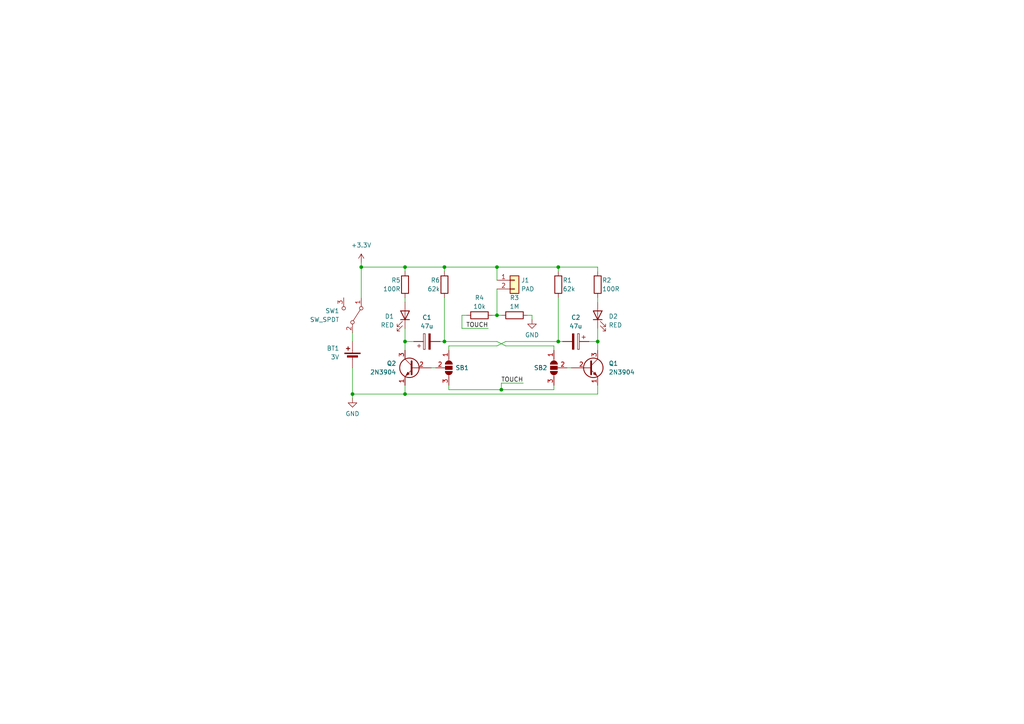
<source format=kicad_sch>
(kicad_sch (version 20231120) (generator "eeschema") (generator_version "8.0")
  (paper "A4")
  (lib_symbols
    (symbol "Connector_Generic:Conn_01x02" (pin_names (offset 1.016) hide)
      (property "Reference" "J" (at 0 2.54 0))
      (property "Value" "Conn_01x02" (at 0 -5.08 0))
      (symbol "Conn_01x02_1_1"
        (rectangle (start -1.27 -2.413) (end 0 -2.667) (stroke (width 0.1524)))
        (rectangle (start -1.27 0.127) (end 0 -0.127) (stroke (width 0.1524)))
        (rectangle (start -1.27 1.27) (end 1.27 -3.81) (stroke (width 0.254)) (fill (type background)))
        (pin passive line (at -5.08 0 0) (length 3.81) (name "Pin_1") (number "1"))
        (pin passive line (at -5.08 -2.54 0) (length 3.81) (name "Pin_2") (number "2"))
      )
    )
    (symbol "Device:Battery_Cell" (pin_numbers hide) (pin_names (offset 0) hide)
      (property "Reference" "BT" (at 2.54 2.54 0))
      (property "Value" "Battery_Cell" (at 2.54 0 0))
      (symbol "Battery_Cell_0_1"
        (rectangle (start -2.286 1.778) (end 2.286 1.524) (fill (type outline)))
        (rectangle (start -1.524 1.016) (end 1.524 0.508) (fill (type outline)))
        (polyline (pts (xy 0 0.762) (xy 0 0)))
        (polyline (pts (xy 0 1.778) (xy 0 2.54)))
        (polyline (pts (xy 0.762 3.048) (xy 1.778 3.048)) (stroke (width 0.254)))
        (polyline (pts (xy 1.27 3.556) (xy 1.27 2.54)) (stroke (width 0.254)))
      )
      (symbol "Battery_Cell_1_1"
        (pin passive line (at 0 5.08 270) (length 2.54) (name "+") (number "1"))
        (pin passive line (at 0 -2.54 90) (length 2.54) (name "-") (number "2"))
      )
    )
    (symbol "Device:C_Polarized" (pin_numbers hide) (pin_names (offset 0.254))
      (property "Reference" "C" (at 0.635 2.54 0))
      (property "Value" "C_Polarized" (at 0.635 -2.54 0))
      (symbol "C_Polarized_0_1"
        (rectangle (start -2.286 0.508) (end 2.286 1.016))
        (polyline (pts (xy -1.778 2.286) (xy -0.762 2.286)))
        (polyline (pts (xy -1.27 2.794) (xy -1.27 1.778)))
        (rectangle (start 2.286 -0.508) (end -2.286 -1.016) (fill (type outline)))
      )
      (symbol "C_Polarized_1_1"
        (pin passive line (at 0 3.81 270) (length 2.794) (name "~") (number "1"))
        (pin passive line (at 0 -3.81 90) (length 2.794) (name "~") (number "2"))
      )
    )
    (symbol "Device:LED" (pin_numbers hide) (pin_names (offset 1.016) hide)
      (property "Reference" "D" (at 0 2.54 0))
      (property "Value" "LED" (at 0 -2.54 0))
      (symbol "LED_0_1"
        (polyline (pts (xy -1.27 -1.27) (xy -1.27 1.27)) (stroke (width 0.254)))
        (polyline (pts (xy -1.27 0) (xy 1.27 0)))
        (polyline (pts (xy 1.27 -1.27) (xy 1.27 1.27) (xy -1.27 0) (xy 1.27 -1.27)) (stroke (width 0.254)))
        (polyline (pts (xy -3.048 -0.762) (xy -4.572 -2.286) (xy -3.81 -2.286) (xy -4.572 -2.286) (xy -4.572 -1.524)))
        (polyline (pts (xy -1.778 -0.762) (xy -3.302 -2.286) (xy -2.54 -2.286) (xy -3.302 -2.286) (xy -3.302 -1.524)))
      )
      (symbol "LED_1_1"
        (pin passive line (at -3.81 0 0) (length 2.54) (name "K") (number "1"))
        (pin passive line (at 3.81 0 180) (length 2.54) (name "A") (number "2"))
      )
    )
    (symbol "Device:R" (pin_numbers hide) (pin_names (offset 0))
      (property "Reference" "R" (at 2.032 0 90))
      (property "Value" "R" (at 0 0 90))
      (symbol "R_0_1"
        (rectangle (start -1.016 -2.54) (end 1.016 2.54) (stroke (width 0.254)))
      )
      (symbol "R_1_1"
        (pin passive line (at 0 3.81 270) (length 1.27) (name "~") (number "1"))
        (pin passive line (at 0 -3.81 90) (length 1.27) (name "~") (number "2"))
      )
    )
    (symbol "Jumper:SolderJumper_3_Open" (pin_names (offset 0) hide)
      (property "Reference" "JP" (at -2.54 -2.54 0))
      (property "Value" "SolderJumper_3_Open" (at 0 2.794 0))
      (symbol "SolderJumper_3_Open_0_1"
        (arc (start -1.016 1.016) (mid -2.0276 0) (end -1.016 -1.016))
        (arc (start -1.016 1.016) (mid -2.0276 0) (end -1.016 -1.016) (fill (type outline)))
        (rectangle (start -0.508 1.016) (end 0.508 -1.016) (fill (type outline)))
        (polyline (pts (xy -2.54 0) (xy -2.032 0)))
        (polyline (pts (xy -1.016 1.016) (xy -1.016 -1.016)))
        (polyline (pts (xy 0 -1.27) (xy 0 -1.016)))
        (polyline (pts (xy 1.016 1.016) (xy 1.016 -1.016)))
        (polyline (pts (xy 2.54 0) (xy 2.032 0)))
        (arc (start 1.016 -1.016) (mid 2.0276 0) (end 1.016 1.016))
        (arc (start 1.016 -1.016) (mid 2.0276 0) (end 1.016 1.016) (fill (type outline)))
      )
      (symbol "SolderJumper_3_Open_1_1"
        (pin passive line (at -5.08 0 0) (length 2.54) (name "A") (number "1"))
        (pin passive line (at 0 -3.81 90) (length 2.54) (name "C") (number "2"))
        (pin passive line (at 5.08 0 180) (length 2.54) (name "B") (number "3"))
      )
    )
    (symbol "Switch:SW_SPDT" (pin_names (offset 0) hide)
      (property "Reference" "SW" (at 0 4.318 0))
      (property "Value" "SW_SPDT" (at 0 -5.08 0))
      (symbol "SW_SPDT_0_0"
        (circle (center -2.032 0) (radius 0.508))
        (circle (center 2.032 -2.54) (radius 0.508))
      )
      (symbol "SW_SPDT_0_1"
        (polyline (pts (xy -1.524 0.254) (xy 1.651 2.286)))
        (circle (center 2.032 2.54) (radius 0.508))
      )
      (symbol "SW_SPDT_1_1"
        (pin passive line (at 5.08 2.54 180) (length 2.54) (name "A") (number "1"))
        (pin passive line (at -5.08 0 0) (length 2.54) (name "B") (number "2"))
        (pin passive line (at 5.08 -2.54 180) (length 2.54) (name "C") (number "3"))
      )
    )
    (symbol "Transistor_BJT:2N3904" (pin_names (offset 0) hide)
      (property "Reference" "Q" (at 5.08 1.905 0))
      (property "Value" "2N3904" (at 5.08 0 0))
      (symbol "2N3904_0_1"
        (polyline (pts (xy 0.635 0.635) (xy 2.54 2.54)))
        (polyline (pts (xy 0.635 -0.635) (xy 2.54 -2.54) (xy 2.54 -2.54)))
        (polyline (pts (xy 0.635 1.905) (xy 0.635 -1.905) (xy 0.635 -1.905)) (stroke (width 0.508)))
        (polyline (pts (xy 1.27 -1.778) (xy 1.778 -1.27) (xy 2.286 -2.286) (xy 1.27 -1.778) (xy 1.27 -1.778)) (fill (type outline)))
        (circle (center 1.27 0) (radius 2.8194) (stroke (width 0.254)))
      )
      (symbol "2N3904_1_1"
        (pin passive line (at 2.54 -5.08 90) (length 2.54) (name "E") (number "1"))
        (pin passive line (at -5.08 0 0) (length 5.715) (name "B") (number "2"))
        (pin passive line (at 2.54 5.08 270) (length 2.54) (name "C") (number "3"))
      )
    )
    (symbol "power:+3.3V" (power) (pin_names (offset 0))
      (property "Value" "+3.3V" (at 0 3.556 0))
      (symbol "+3.3V_0_1"
        (polyline (pts (xy -0.762 1.27) (xy 0 2.54)))
        (polyline (pts (xy 0 0) (xy 0 2.54)))
        (polyline (pts (xy 0 2.54) (xy 0.762 1.27)))
      )
      (symbol "+3.3V_1_1"
        (pin power_in line (at 0 0 90) (length 0) hide (name "+3.3V") (number "1"))
      )
    )
    (symbol "power:GND" (power) (pin_names (offset 0))
      (property "Value" "GND" (at 0 -3.81 0))
      (symbol "GND_0_1"
        (polyline (pts (xy 0 0) (xy 0 -1.27) (xy 1.27 -1.27) (xy 0 -2.54) (xy -1.27 -1.27) (xy 0 -1.27)))
      )
      (symbol "GND_1_1"
        (pin power_in line (at 0 0 270) (length 0) hide (name "GND") (number "1"))
      )
    )
  )
  (junction (at 161.925 99.06))
  (junction (at 117.475 77.47))
  (junction (at 102.235 114.3))
  (junction (at 144.145 91.44))
  (junction (at 117.475 114.3))
  (junction (at 161.925 77.47))
  (junction (at 104.775 77.47))
  (junction (at 128.905 99.06))
  (junction (at 144.145 77.47))
  (junction (at 145.415 113.03))
  (junction (at 117.475 99.06))
  (junction (at 173.355 99.06))
  (junction (at 128.905 77.47))
  (wire (pts (xy 145.415 111.125) (xy 145.415 113.03)))
  (wire (pts (xy 173.355 77.47) (xy 173.355 78.74)))
  (wire (pts (xy 102.235 96.52) (xy 102.235 99.06)))
  (wire (pts (xy 146.685 100.33) (xy 160.655 100.33)))
  (wire (pts (xy 161.925 86.36) (xy 161.925 99.06)))
  (wire (pts (xy 144.145 100.33) (xy 146.685 99.06)))
  (wire (pts (xy 130.175 100.33) (xy 130.175 101.6)))
  (wire (pts (xy 102.235 114.3) (xy 117.475 114.3)))
  (wire (pts (xy 144.145 83.82) (xy 144.145 91.44)))
  (wire (pts (xy 128.905 78.74) (xy 128.905 77.47)))
  (wire (pts (xy 128.905 77.47) (xy 144.145 77.47)))
  (wire (pts (xy 144.145 77.47) (xy 161.925 77.47)))
  (wire (pts (xy 102.235 106.68) (xy 102.235 114.3)))
  (wire (pts (xy 130.175 113.03) (xy 130.175 111.76)))
  (wire (pts (xy 170.815 99.06) (xy 173.355 99.06)))
  (wire (pts (xy 130.175 113.03) (xy 145.415 113.03)))
  (wire (pts (xy 102.235 114.3) (xy 102.235 115.57)))
  (wire (pts (xy 117.475 77.47) (xy 117.475 78.74)))
  (wire (pts (xy 160.655 100.33) (xy 160.655 101.6)))
  (wire (pts (xy 133.985 91.44) (xy 133.985 95.25)))
  (wire (pts (xy 104.775 86.36) (xy 104.775 77.47)))
  (wire (pts (xy 128.905 99.06) (xy 144.145 99.06)))
  (wire (pts (xy 117.475 87.63) (xy 117.475 86.36)))
  (wire (pts (xy 117.475 111.76) (xy 117.475 114.3)))
  (wire (pts (xy 161.925 77.47) (xy 161.925 78.74)))
  (wire (pts (xy 164.465 106.68) (xy 165.735 106.68)))
  (wire (pts (xy 133.985 95.25) (xy 141.605 95.25)))
  (wire (pts (xy 173.355 86.36) (xy 173.355 87.63)))
  (wire (pts (xy 104.775 76.2) (xy 104.775 77.47)))
  (wire (pts (xy 130.175 100.33) (xy 144.145 100.33)))
  (wire (pts (xy 173.355 99.06) (xy 173.355 101.6)))
  (wire (pts (xy 144.145 77.47) (xy 144.145 81.28)))
  (wire (pts (xy 153.035 91.44) (xy 154.305 91.44)))
  (wire (pts (xy 173.355 95.25) (xy 173.355 99.06)))
  (wire (pts (xy 144.145 91.44) (xy 145.415 91.44)))
  (wire (pts (xy 173.355 114.3) (xy 173.355 111.76)))
  (wire (pts (xy 160.655 113.03) (xy 160.655 111.76)))
  (wire (pts (xy 142.875 91.44) (xy 144.145 91.44)))
  (wire (pts (xy 128.905 86.36) (xy 128.905 99.06)))
  (wire (pts (xy 154.305 91.44) (xy 154.305 92.71)))
  (wire (pts (xy 144.145 99.06) (xy 146.685 100.33)))
  (wire (pts (xy 146.685 99.06) (xy 161.925 99.06)))
  (wire (pts (xy 125.095 106.68) (xy 126.365 106.68)))
  (wire (pts (xy 127.635 99.06) (xy 128.905 99.06)))
  (wire (pts (xy 117.475 77.47) (xy 128.905 77.47)))
  (wire (pts (xy 117.475 114.3) (xy 173.355 114.3)))
  (wire (pts (xy 104.775 77.47) (xy 117.475 77.47)))
  (wire (pts (xy 145.415 111.125) (xy 151.765 111.125)))
  (wire (pts (xy 120.015 99.06) (xy 117.475 99.06)))
  (wire (pts (xy 161.925 99.06) (xy 163.195 99.06)))
  (wire (pts (xy 117.475 99.06) (xy 117.475 101.6)))
  (wire (pts (xy 133.985 91.44) (xy 135.255 91.44)))
  (wire (pts (xy 117.475 95.25) (xy 117.475 99.06)))
  (wire (pts (xy 145.415 113.03) (xy 160.655 113.03)))
  (wire (pts (xy 161.925 77.47) (xy 173.355 77.47)))
  (label "TOUCH" (at 141.605 95.25 180))
  (label "TOUCH" (at 151.765 111.125 180))
  (symbol (lib_id "Device:LED") (at 117.475 91.44 270) (mirror x) (unit 1)
    (property "Reference" "D1" (at 114.3 91.7575 90) (effects (justify right)))
    (property "Value" "RED" (at 114.3 94.2975 90) (effects (justify right)))
    (property "Footprint" "lib:LED_D10.0mm" (effects (hide yes)))
  )
  (symbol (lib_id "power:+3.3V") (at 104.775 76.2 0) (unit 1)
    (property "Reference" "#PWR02" (effects (hide yes)))
    (property "Value" "+3.3V" (at 104.775 71.12 0))
  )
  (symbol (lib_id "Device:R") (at 161.925 82.55 0) (unit 1)
    (property "Reference" "R1" (at 163.195 81.28 0) (effects (justify left)))
    (property "Value" "62k" (at 163.195 83.82 0) (effects (justify left)))
    (property "Footprint" "lib:R_Axial_SMD_DIN0207_L6.3mm_D2.5mm_P10.16mm_Horizontal" (effects (hide yes)))
    (property "LCSC" "C385537" (effects (hide yes)))
  )
  (symbol (lib_id "Jumper:SolderJumper_3_Open") (at 130.175 106.68 270) (unit 1)
    (property "Reference" "SB1" (at 132.08 106.68 90) (effects (justify left)))
    (property "Footprint" "Jumper:SolderJumper-3_P1.3mm_Open_RoundedPad1.0x1.5mm_NumberLabels" (effects (hide yes)))
  )
  (symbol (lib_id "power:GND") (at 102.235 115.57 0) (unit 1)
    (property "Reference" "#PWR01" (effects (hide yes)))
    (property "Value" "GND" (at 102.235 120.015 0))
  )
  (symbol (lib_id "Device:R") (at 117.475 82.55 0) (mirror y) (unit 1)
    (property "Reference" "R5" (at 116.205 81.28 0) (effects (justify left)))
    (property "Value" "100R" (at 116.205 83.82 0) (effects (justify left)))
    (property "Footprint" "lib:R_Axial_SMD_DIN0207_L6.3mm_D2.5mm_P10.16mm_Horizontal" (effects (hide yes)))
    (property "LCSC" "C3508583" (effects (hide yes)))
  )
  (symbol (lib_id "Device:Battery_Cell") (at 102.235 104.14 0) (mirror y) (unit 1)
    (property "Reference" "BT1" (at 98.425 101.0285 0) (effects (justify left)))
    (property "Value" "3V" (at 98.425 103.5685 0) (effects (justify left)))
    (property "Footprint" "lib:CONNFLY_DS1092-04" (effects (hide yes)))
  )
  (symbol (lib_id "Device:LED") (at 173.355 91.44 90) (unit 1)
    (property "Reference" "D2" (at 176.53 91.7575 90) (effects (justify right)))
    (property "Value" "RED" (at 176.53 94.2975 90) (effects (justify right)))
    (property "Footprint" "lib:LED_D10.0mm" (effects (hide yes)))
  )
  (symbol (lib_id "Connector_Generic:Conn_01x02") (at 149.225 81.28 0) (unit 1)
    (property "Reference" "J1" (at 151.13 81.28 0) (effects (justify left)))
    (property "Value" "PAD" (at 151.13 83.82 0) (effects (justify left)))
    (property "Footprint" "lib:Touchpad_resistive" (effects (hide yes)))
  )
  (symbol (lib_id "Transistor_BJT:2N3904") (at 120.015 106.68 0) (mirror y) (unit 1)
    (property "Reference" "Q2" (at 114.935 105.41 0) (effects (justify left)))
    (property "Value" "2N3904" (at 114.935 107.95 0) (effects (justify left)))
    (property "Footprint" "lib:TO-92L_Inline_Wide+SMD_SOT-23" (effects (hide yes)))
    (property "Datasheet" "https://www.onsemi.com/pub/Collateral/2N3903-D.PDF" (effects (hide yes)))
  )
  (symbol (lib_id "Switch:SW_SPDT") (at 102.235 91.44 270) (mirror x) (unit 1)
    (property "Reference" "SW1" (at 98.425 90.17 90) (effects (justify right)))
    (property "Value" "SW_SPDT" (at 98.425 92.71 90) (effects (justify right)))
    (property "Footprint" "Connector_PinHeader_2.54mm:PinHeader_1x03_P2.54mm_Vertical" (effects (hide yes)))
  )
  (symbol (lib_id "Device:R") (at 149.225 91.44 90) (unit 1)
    (property "Reference" "R3" (at 149.225 86.36 90))
    (property "Value" "1M" (at 149.225 88.9 90))
    (property "Footprint" "lib:R_Axial_SMD_DIN0207_L6.3mm_D2.5mm_P10.16mm_Horizontal" (effects (hide yes)))
  )
  (symbol (lib_id "power:GND") (at 154.305 92.71 0) (unit 1)
    (property "Reference" "#PWR03" (effects (hide yes)))
    (property "Value" "GND" (at 154.305 97.155 0))
  )
  (symbol (lib_id "Device:R") (at 139.065 91.44 90) (unit 1)
    (property "Reference" "R4" (at 139.065 86.36 90))
    (property "Value" "10k" (at 139.065 88.9 90))
    (property "Footprint" "lib:R_Axial_SMD_DIN0207_L6.3mm_D2.5mm_P10.16mm_Horizontal" (effects (hide yes)))
  )
  (symbol (lib_id "Device:R") (at 128.905 82.55 0) (mirror y) (unit 1)
    (property "Reference" "R6" (at 127.635 81.28 0) (effects (justify left)))
    (property "Value" "62k" (at 127.635 83.82 0) (effects (justify left)))
    (property "Footprint" "lib:R_Axial_SMD_DIN0207_L6.3mm_D2.5mm_P10.16mm_Horizontal" (effects (hide yes)))
    (property "LCSC" "C385537" (effects (hide yes)))
  )
  (symbol (lib_id "Jumper:SolderJumper_3_Open") (at 160.655 106.68 90) (mirror x) (unit 1)
    (property "Reference" "SB2" (at 158.75 106.68 90) (effects (justify left)))
    (property "Footprint" "Jumper:SolderJumper-3_P1.3mm_Open_RoundedPad1.0x1.5mm_NumberLabels" (effects (hide yes)))
  )
  (symbol (lib_id "Transistor_BJT:2N3904") (at 170.815 106.68 0) (unit 1)
    (property "Reference" "Q1" (at 176.53 105.41 0) (effects (justify left)))
    (property "Value" "2N3904" (at 176.53 107.95 0) (effects (justify left)))
    (property "Footprint" "lib:TO-92L_Inline_Wide+SMD_SOT-23" (effects (hide yes)))
    (property "Datasheet" "https://www.onsemi.com/pub/Collateral/2N3903-D.PDF" (effects (hide yes)))
  )
  (symbol (lib_id "Device:R") (at 173.355 82.55 0) (unit 1)
    (property "Reference" "R2" (at 174.625 81.28 0) (effects (justify left)))
    (property "Value" "100R" (at 174.625 83.82 0) (effects (justify left)))
    (property "Footprint" "lib:R_Axial_SMD_DIN0207_L6.3mm_D2.5mm_P10.16mm_Horizontal" (effects (hide yes)))
    (property "LCSC" "C3508583" (effects (hide yes)))
  )
  (symbol (lib_id "Device:C_Polarized") (at 123.825 99.06 90) (unit 1)
    (property "Reference" "C1" (at 123.825 92.075 90))
    (property "Value" "47u" (at 123.825 94.615 90))
    (property "Footprint" "lib:CP_Radial_D6.3mm_P2.50mm+SMD_0805" (effects (hide yes)))
  )
  (symbol (lib_id "Device:C_Polarized") (at 167.005 99.06 270) (unit 1)
    (property "Reference" "C2" (at 167.005 92.075 90))
    (property "Value" "47u" (at 167.005 94.615 90))
    (property "Footprint" "lib:CP_Radial_D6.3mm_P2.50mm+SMD_0805" (effects (hide yes)))
  )
)
</source>
